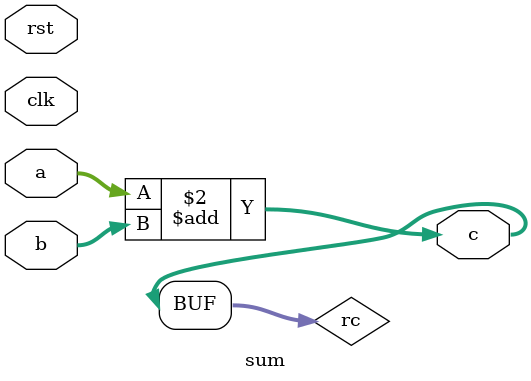
<source format=v>
`timescale 1ns / 1ps
module sum
#(
	parameter N=1024,
	parameter CC=1
)
( 
	clk,
	rst,
	a,
	b,
	c
);
	input clk, rst;
	input  [N/CC-1:0] a;
	input  [N/CC-1:0] b;
	output [N/CC-1:0] c;
	
	reg [N/CC-1:0] rc;
	reg [1:0] carry_on; 

	assign c = rc;

	generate
	if(CC>1)
		always@(posedge clk or posedge rst)
		begin
			if(rst)
				carry_on <= 0;
			else
			begin
				{carry_on, rc} <= a + b + carry_on;
			end
		end
	else
		always@(*)
			rc <= a + b;
	endgenerate
endmodule


</source>
